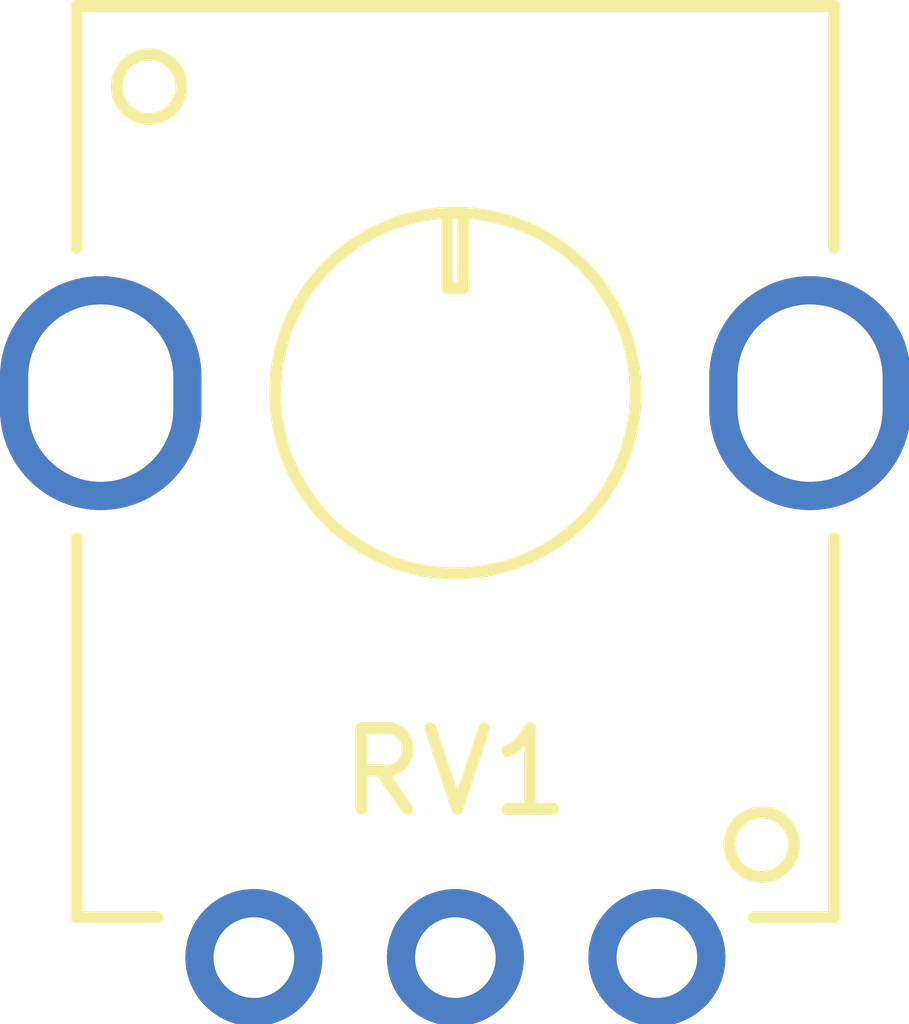
<source format=kicad_pcb>
(kicad_pcb (version 20171130) (host pcbnew "(5.1.9-0-10_14)")

  (general
    (thickness 1.6)
    (drawings 0)
    (tracks 0)
    (zones 0)
    (modules 1)
    (nets 4)
  )

  (page A4)
  (layers
    (0 F.Cu signal)
    (31 B.Cu signal)
    (32 B.Adhes user)
    (33 F.Adhes user)
    (34 B.Paste user)
    (35 F.Paste user)
    (36 B.SilkS user)
    (37 F.SilkS user)
    (38 B.Mask user)
    (39 F.Mask user)
    (40 Dwgs.User user)
    (41 Cmts.User user)
    (42 Eco1.User user)
    (43 Eco2.User user)
    (44 Edge.Cuts user)
    (45 Margin user)
    (46 B.CrtYd user hide)
    (47 F.CrtYd user hide)
    (48 B.Fab user hide)
    (49 F.Fab user hide)
  )

  (setup
    (last_trace_width 0.1524)
    (user_trace_width 0.1524)
    (user_trace_width 0.254)
    (user_trace_width 0.4064)
    (user_trace_width 0.635)
    (trace_clearance 0.1524)
    (zone_clearance 0.508)
    (zone_45_only no)
    (trace_min 0.1524)
    (via_size 0.6858)
    (via_drill 0.3048)
    (via_min_size 0.6858)
    (via_min_drill 0.3048)
    (uvia_size 0.3048)
    (uvia_drill 0.1524)
    (uvias_allowed no)
    (uvia_min_size 0.2)
    (uvia_min_drill 0.1)
    (edge_width 0.15)
    (segment_width 0.2)
    (pcb_text_width 0.3)
    (pcb_text_size 1.5 1.5)
    (mod_edge_width 0.15)
    (mod_text_size 1 1)
    (mod_text_width 0.15)
    (pad_size 1.7 1.7)
    (pad_drill 1)
    (pad_to_mask_clearance 0.2)
    (aux_axis_origin 0 0)
    (visible_elements FFFFFF7F)
    (pcbplotparams
      (layerselection 0x010fc_ffffffff)
      (usegerberextensions false)
      (usegerberattributes false)
      (usegerberadvancedattributes false)
      (creategerberjobfile false)
      (excludeedgelayer true)
      (linewidth 0.100000)
      (plotframeref false)
      (viasonmask false)
      (mode 1)
      (useauxorigin false)
      (hpglpennumber 1)
      (hpglpenspeed 20)
      (hpglpendiameter 15.000000)
      (psnegative false)
      (psa4output false)
      (plotreference true)
      (plotvalue true)
      (plotinvisibletext false)
      (padsonsilk false)
      (subtractmaskfromsilk false)
      (outputformat 1)
      (mirror false)
      (drillshape 1)
      (scaleselection 1)
      (outputdirectory ""))
  )

  (net 0 "")
  (net 1 +3V3)
  (net 2 GND)
  (net 3 Pin0)

  (net_class Default "This is the default net class."
    (clearance 0.1524)
    (trace_width 0.1524)
    (via_dia 0.6858)
    (via_drill 0.3048)
    (uvia_dia 0.3048)
    (uvia_drill 0.1524)
    (diff_pair_width 0.1524)
    (diff_pair_gap 0.1524)
    (add_net +3V3)
    (add_net GND)
    (add_net Pin0)
  )

  (module Potentiometer_Thonk:SongHueiTallTrim9 locked (layer F.Cu) (tedit 60CF9AEC) (tstamp 6089D55B)
    (at 0 0)
    (path /5FCAE65B)
    (fp_text reference RV1 (at 0 4.7) (layer F.SilkS)
      (effects (font (size 1 1) (thickness 0.15)))
    )
    (fp_text value 100k (at 0 10.1) (layer F.Fab)
      (effects (font (size 1 1) (thickness 0.15)))
    )
    (fp_line (start -4.7 -4.8) (end 4.7 -4.8) (layer F.SilkS) (width 0.15))
    (fp_line (start 4.7 -4.8) (end 4.7 -1.8) (layer F.SilkS) (width 0.15))
    (fp_line (start -4.7 -4.8) (end -4.7 -1.8) (layer F.SilkS) (width 0.15))
    (fp_line (start -4.7 6.5) (end -3.7 6.5) (layer F.SilkS) (width 0.15))
    (fp_line (start -4.7 1.8) (end -4.7 6.5) (layer F.SilkS) (width 0.15))
    (fp_line (start 4.7 1.8) (end 4.7 6.5) (layer F.SilkS) (width 0.15))
    (fp_line (start 3.7 6.5) (end 4.7 6.5) (layer F.SilkS) (width 0.15))
    (fp_circle (center -3.8 -3.8) (end -4.2 -3.8) (layer F.SilkS) (width 0.15))
    (fp_circle (center 3.8 5.6) (end 4.2 5.6) (layer F.SilkS) (width 0.15))
    (fp_circle (center 0 0) (end 2.2 0.4) (layer F.SilkS) (width 0.15))
    (fp_line (start 0.1 -1.3) (end 0.1 -2.2) (layer F.SilkS) (width 0.15))
    (fp_line (start -0.1 -1.3) (end 0.1 -1.3) (layer F.SilkS) (width 0.15))
    (fp_line (start -0.1 -2.2) (end -0.1 -1.3) (layer F.SilkS) (width 0.15))
    (pad "" thru_hole oval (at 4.4 0) (size 2.5 2.9) (drill oval 1.8 2.2) (layers *.Cu *.Mask))
    (pad 3 thru_hole oval (at 2.5 7) (size 1.7 1.7) (drill 1) (layers *.Cu *.Mask)
      (net 1 +3V3))
    (pad 2 thru_hole oval (at 0 7) (size 1.7 1.7) (drill 1) (layers *.Cu *.Mask)
      (net 3 Pin0))
    (pad 1 thru_hole oval (at -2.5 7) (size 1.7 1.7) (drill 1) (layers *.Cu *.Mask)
      (net 2 GND))
    (pad "" thru_hole oval (at -4.4 0) (size 2.5 2.9) (drill oval 1.8 2.2) (layers *.Cu *.Mask))
  )

)

</source>
